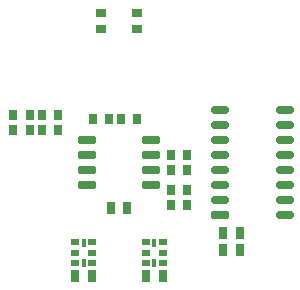
<source format=gbp>
G04*
G04 #@! TF.GenerationSoftware,Altium Limited,Altium Designer,23.3.1 (30)*
G04*
G04 Layer_Color=128*
%FSLAX43Y43*%
%MOMM*%
G71*
G04*
G04 #@! TF.SameCoordinates,68B4457D-8A2E-4C3C-B976-16FA262DB654*
G04*
G04*
G04 #@! TF.FilePolarity,Positive*
G04*
G01*
G75*
G04:AMPARAMS|DCode=14|XSize=0.7mm|YSize=0.9mm|CornerRadius=0.07mm|HoleSize=0mm|Usage=FLASHONLY|Rotation=0.000|XOffset=0mm|YOffset=0mm|HoleType=Round|Shape=RoundedRectangle|*
%AMROUNDEDRECTD14*
21,1,0.700,0.760,0,0,0.0*
21,1,0.560,0.900,0,0,0.0*
1,1,0.140,0.280,-0.380*
1,1,0.140,-0.280,-0.380*
1,1,0.140,-0.280,0.380*
1,1,0.140,0.280,0.380*
%
%ADD14ROUNDEDRECTD14*%
G04:AMPARAMS|DCode=15|XSize=0.3mm|YSize=0.7mm|CornerRadius=0.03mm|HoleSize=0mm|Usage=FLASHONLY|Rotation=180.000|XOffset=0mm|YOffset=0mm|HoleType=Round|Shape=RoundedRectangle|*
%AMROUNDEDRECTD15*
21,1,0.300,0.640,0,0,180.0*
21,1,0.240,0.700,0,0,180.0*
1,1,0.060,-0.120,0.320*
1,1,0.060,0.120,0.320*
1,1,0.060,0.120,-0.320*
1,1,0.060,-0.120,-0.320*
%
%ADD15ROUNDEDRECTD15*%
G04:AMPARAMS|DCode=24|XSize=0.75mm|YSize=0.96mm|CornerRadius=0.075mm|HoleSize=0mm|Usage=FLASHONLY|Rotation=0.000|XOffset=0mm|YOffset=0mm|HoleType=Round|Shape=RoundedRectangle|*
%AMROUNDEDRECTD24*
21,1,0.750,0.810,0,0,0.0*
21,1,0.600,0.960,0,0,0.0*
1,1,0.150,0.300,-0.405*
1,1,0.150,-0.300,-0.405*
1,1,0.150,-0.300,0.405*
1,1,0.150,0.300,0.405*
%
%ADD24ROUNDEDRECTD24*%
G04:AMPARAMS|DCode=28|XSize=0.7mm|YSize=0.9mm|CornerRadius=0.07mm|HoleSize=0mm|Usage=FLASHONLY|Rotation=90.000|XOffset=0mm|YOffset=0mm|HoleType=Round|Shape=RoundedRectangle|*
%AMROUNDEDRECTD28*
21,1,0.700,0.760,0,0,90.0*
21,1,0.560,0.900,0,0,90.0*
1,1,0.140,0.380,0.280*
1,1,0.140,0.380,-0.280*
1,1,0.140,-0.380,-0.280*
1,1,0.140,-0.380,0.280*
%
%ADD28ROUNDEDRECTD28*%
G04:AMPARAMS|DCode=60|XSize=0.6mm|YSize=1.45mm|CornerRadius=0.15mm|HoleSize=0mm|Usage=FLASHONLY|Rotation=270.000|XOffset=0mm|YOffset=0mm|HoleType=Round|Shape=RoundedRectangle|*
%AMROUNDEDRECTD60*
21,1,0.600,1.150,0,0,270.0*
21,1,0.300,1.450,0,0,270.0*
1,1,0.300,-0.575,-0.150*
1,1,0.300,-0.575,0.150*
1,1,0.300,0.575,0.150*
1,1,0.300,0.575,-0.150*
%
%ADD60ROUNDEDRECTD60*%
G04:AMPARAMS|DCode=61|XSize=0.6mm|YSize=1.45mm|CornerRadius=0.06mm|HoleSize=0mm|Usage=FLASHONLY|Rotation=270.000|XOffset=0mm|YOffset=0mm|HoleType=Round|Shape=RoundedRectangle|*
%AMROUNDEDRECTD61*
21,1,0.600,1.330,0,0,270.0*
21,1,0.480,1.450,0,0,270.0*
1,1,0.120,-0.665,-0.240*
1,1,0.120,-0.665,0.240*
1,1,0.120,0.665,0.240*
1,1,0.120,0.665,-0.240*
%
%ADD61ROUNDEDRECTD61*%
G04:AMPARAMS|DCode=62|XSize=0.7mm|YSize=0.55mm|CornerRadius=0.055mm|HoleSize=0mm|Usage=FLASHONLY|Rotation=180.000|XOffset=0mm|YOffset=0mm|HoleType=Round|Shape=RoundedRectangle|*
%AMROUNDEDRECTD62*
21,1,0.700,0.440,0,0,180.0*
21,1,0.590,0.550,0,0,180.0*
1,1,0.110,-0.295,0.220*
1,1,0.110,0.295,0.220*
1,1,0.110,0.295,-0.220*
1,1,0.110,-0.295,-0.220*
%
%ADD62ROUNDEDRECTD62*%
G04:AMPARAMS|DCode=63|XSize=0.6mm|YSize=1.5mm|CornerRadius=0.06mm|HoleSize=0mm|Usage=FLASHONLY|Rotation=270.000|XOffset=0mm|YOffset=0mm|HoleType=Round|Shape=RoundedRectangle|*
%AMROUNDEDRECTD63*
21,1,0.600,1.380,0,0,270.0*
21,1,0.480,1.500,0,0,270.0*
1,1,0.120,-0.690,-0.240*
1,1,0.120,-0.690,0.240*
1,1,0.120,0.690,0.240*
1,1,0.120,0.690,-0.240*
%
%ADD63ROUNDEDRECTD63*%
D14*
X4395Y-635D02*
D03*
X5765D02*
D03*
X4395Y635D02*
D03*
X5765D02*
D03*
X4395Y-2286D02*
D03*
X5765Y-2286D02*
D03*
X5765Y-3556D02*
D03*
X4395D02*
D03*
X-6527Y2794D02*
D03*
X-5157D02*
D03*
X-6527Y4064D02*
D03*
X-5157Y4064D02*
D03*
X1524Y3683D02*
D03*
X154D02*
D03*
X-8940Y2794D02*
D03*
X-7570D02*
D03*
X-8940Y4064D02*
D03*
X-7570D02*
D03*
X-839Y3683D02*
D03*
X-2209D02*
D03*
D15*
X3000Y-6812D02*
D03*
Y-8462D02*
D03*
X-3000Y-6812D02*
D03*
Y-8462D02*
D03*
D24*
X8825Y-5969D02*
D03*
X10225D02*
D03*
X8825Y-7366D02*
D03*
X10225Y-7366D02*
D03*
X700Y-3810D02*
D03*
X-700D02*
D03*
X-2300Y-9637D02*
D03*
X-3700D02*
D03*
X3700D02*
D03*
X2300D02*
D03*
D28*
X-1500Y12685D02*
D03*
Y11315D02*
D03*
X1500Y12685D02*
D03*
Y11315D02*
D03*
D60*
X14028Y4445D02*
D03*
X14028Y3175D02*
D03*
X14028Y1905D02*
D03*
Y635D02*
D03*
X14028Y-635D02*
D03*
X14028Y-1905D02*
D03*
X14028Y-3175D02*
D03*
X14028Y-4445D02*
D03*
X8578Y4445D02*
D03*
X8578Y3175D02*
D03*
X8578Y1905D02*
D03*
Y635D02*
D03*
Y-635D02*
D03*
X8578Y-1905D02*
D03*
X8578Y-3175D02*
D03*
D61*
Y-4445D02*
D03*
D62*
X3750Y-7637D02*
D03*
X3750Y-6737D02*
D03*
X2250D02*
D03*
Y-7637D02*
D03*
Y-8537D02*
D03*
X3750D02*
D03*
X-2250Y-7637D02*
D03*
X-2250Y-6737D02*
D03*
X-3750D02*
D03*
Y-7637D02*
D03*
Y-8537D02*
D03*
X-2250D02*
D03*
D63*
X-2700Y-1905D02*
D03*
Y-635D02*
D03*
Y635D02*
D03*
Y1905D02*
D03*
X2700Y-1905D02*
D03*
Y-635D02*
D03*
Y635D02*
D03*
Y1905D02*
D03*
M02*

</source>
